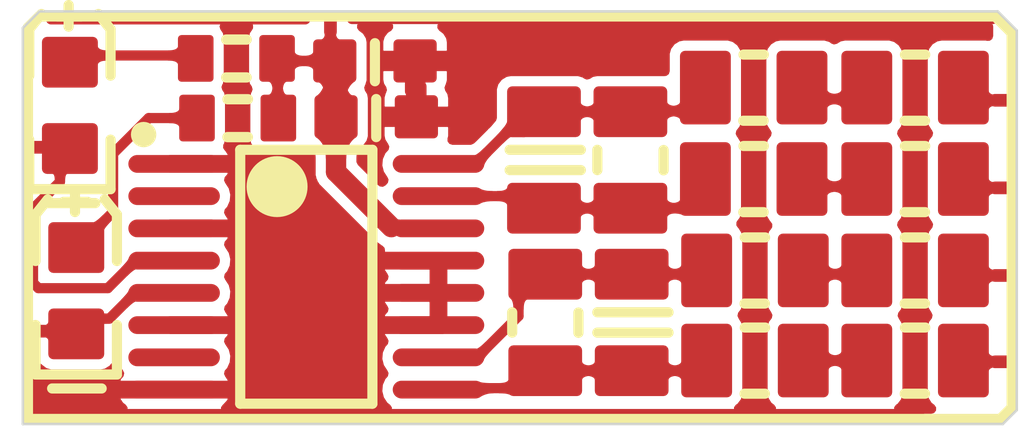
<source format=kicad_pcb>
(kicad_pcb (version 20210126) (generator pcbnew)
  (layers (0 "F.Cu" signal "Top Layer") (31 "B.Cu" signal "Bottom Layer") (34 "B.Paste" user "Bottom Paste") (35 "F.Paste" user "Top Paste") (36 "B.SilkS" user "Bottom Overlay") (37 "F.SilkS" user "Top Overlay") (38 "B.Mask" user "Bottom Solder") (39 "F.Mask" user "Top Solder") (44 "Edge.Cuts" user))
  (net 0 "")
  (net 1 "OUT_VR2")
  (net 2 "OUT_VR1")
  (net 3 "NetR710_1")
  (net 4 "NetR707_1")
  (net 5 "NetR705_1")
  (net 6 "NetR702_1")
  (net 7 "NetD701_1")
  (net 8 "NetD700_1")
  (net 9 "NetC703_2")
  (net 10 "NetC703_1")
  (net 11 "NetC700_2")
  (net 12 "NetC700_1")
  (net 13 "IN_VR2+")
  (net 14 "IN_VR2-")
  (net 15 "IN_VR1+")
  (net 16 "IN_VR1-")
  (net 17 "GND")
  (net 18 "V5")
  (footprint "General.pcblib:Res" (layer "F.Cu") (at 153.101105 102.441076)
    (fp_text reference "R706" hide)
    (fp_text value "5.1k" hide)
    (pad "1" smd roundrect (at -0.95 0) (size 1 1.45) (layers "F.Cu" "F.Paste" "F.Mask") (roundrect_rratio 0.1) (net 11 "NetC700_2"))
    (pad "2" smd roundrect (at 0.950021 0) (size 1 1.45) (layers "F.Cu" "F.Paste" "F.Mask") (roundrect_rratio 0.1) (net 5 "NetR705_1"))
  )
  (footprint "Mod.PcbLib:Mod-Hellen-VR" (layer "F.Cu") (at 138.5261 109.0661)
    (fp_text reference "M700" hide)
    (fp_text value "Module:vr/0.1" hide)
    (pad "E1" smd oval (at 19.449997 -6.375) (size 0.5 0.25) (layers "F.Cu" "F.Paste" "F.Mask") (net 16 "IN_VR1-"))
    (pad "E2" smd oval (at 19.449997 -4.649998) (size 0.5 0.25) (layers "F.Cu" "F.Paste" "F.Mask") (net 15 "IN_VR1+"))
    (pad "E3" smd oval (at 19.449997 -2.924998) (size 0.5 0.25) (layers "F.Cu" "F.Paste" "F.Mask") (net 13 "IN_VR2+"))
    (pad "E4" smd oval (at 19.449997 -1.225) (size 0.5 0.25) (layers "F.Cu" "F.Paste" "F.Mask") (net 14 "IN_VR2-"))
    (pad "G" smd oval (at 9.12718 -0.196649 180) (size 17.6 0.2) (layers "F.Cu" "F.Paste") (net 17 "GND"))
    (pad "G" smd oval (at 3.254578 -7.968506 180) (size 5.2 0.2) (layers "F.Cu" "F.Paste") (net 17 "GND"))
    (pad "G" smd oval (at 12.975029 -7.975 180) (size 12.8 0.2) (layers "F.Cu" "F.Paste") (net 17 "GND"))
    (pad "G" smd oval (at 0.417772 -0.664012 90) (size 1 0.2) (layers "F.Cu" "F.Paste") (net 17 "GND"))
    (pad "N1" smd oval (at 6.249998 -7.85 270) (size 0.5 0.25) (layers "F.Cu" "F.Paste" "F.Mask") (net 18 "V5"))
    (pad "W1" smd oval (at 0.494124 -1.828602 180) (size 0.5 0.25) (layers "F.Cu" "F.Paste" "F.Mask") (net 1 "OUT_VR2"))
    (pad "W2" smd oval (at 0.499996 -5.45 180) (size 0.5 0.25) (layers "F.Cu" "F.Paste" "F.Mask") (net 2 "OUT_VR1"))
  )
  (footprint "General.pcblib:Res" (layer "F.Cu") (at 156.276105 107.816087)
    (fp_text reference "R707" hide)
    (fp_text value "5.1k" hide)
    (pad "1" smd roundrect (at -0.95 0) (size 1 1.45) (layers "F.Cu" "F.Paste" "F.Mask") (roundrect_rratio 0.1) (net 4 "NetR707_1"))
    (pad "2" smd roundrect (at 0.950021 0) (size 1 1.45) (layers "F.Cu" "F.Paste" "F.Mask") (roundrect_rratio 0.1) (net 14 "IN_VR2-"))
  )
  (footprint "General.pcblib:Cap" (layer "F.Cu") (at 145.676096 103.0161)
    (fp_text reference "C702" hide)
    (fp_text value "100n" hide)
    (pad "1" smd roundrect (at -0.790001 0) (size 0.85 0.85) (layers "F.Cu" "F.Paste" "F.Mask") (roundrect_rratio 0.1) (net 18 "V5"))
    (pad "2" smd roundrect (at 0.790001 0) (size 0.85 0.85) (layers "F.Cu" "F.Paste" "F.Mask") (roundrect_rratio 0.1) (net 17 "GND"))
  )
  (footprint "General.pcblib:Cap" (layer "F.Cu") (at 150.701105 107.066091 90)
    (fp_text reference "C703" hide)
    (fp_text value "1n" hide)
    (pad "1" smd roundrect (at -0.950001 0 90) (size 1 1.45) (layers "F.Cu" "F.Paste" "F.Mask") (roundrect_rratio 0.1) (net 10 "NetC703_1"))
    (pad "2" smd roundrect (at 0.950021 0 90) (size 1 1.45) (layers "F.Cu" "F.Paste" "F.Mask") (roundrect_rratio 0.1) (net 9 "NetC703_2"))
  )
  (footprint "General.pcblib:Cap" (layer "F.Cu") (at 148.976105 103.86609 90)
    (fp_text reference "C700" hide)
    (fp_text value "1n" hide)
    (pad "1" smd roundrect (at -0.950001 0 90) (size 1 1.45) (layers "F.Cu" "F.Paste" "F.Mask") (roundrect_rratio 0.1) (net 12 "NetC700_1"))
    (pad "2" smd roundrect (at 0.950021 0 90) (size 1 1.45) (layers "F.Cu" "F.Paste" "F.Mask") (roundrect_rratio 0.1) (net 11 "NetC700_2"))
  )
  (footprint "General.pcblib:Res" (layer "F.Cu") (at 142.951095 103.0411 180)
    (fp_text reference "R701" hide)
    (fp_text value "10k" hide)
    (pad "1" smd roundrect (at -0.800001 0 180) (size 0.7 0.92) (layers "F.Cu" "F.Paste" "F.Mask") (roundrect_rratio 0.1) (net 18 "V5"))
    (pad "2" smd roundrect (at 0.800001 0 180) (size 0.7 0.92) (layers "F.Cu" "F.Paste" "F.Mask") (roundrect_rratio 0.1) (net 7 "NetD701_1"))
  )
  (footprint "General.pcblib:Res" (layer "F.Cu") (at 153.126104 107.816087)
    (fp_text reference "R708" hide)
    (fp_text value "5.1k" hide)
    (pad "1" smd roundrect (at -0.950001 0) (size 1 1.45) (layers "F.Cu" "F.Paste" "F.Mask") (roundrect_rratio 0.1) (net 10 "NetC703_1"))
    (pad "2" smd roundrect (at 0.950021 0) (size 1 1.45) (layers "F.Cu" "F.Paste" "F.Mask") (roundrect_rratio 0.1) (net 4 "NetR707_1"))
  )
  (footprint "General.pcblib:Res" (layer "F.Cu") (at 149.001106 107.066091 90)
    (fp_text reference "R709" hide)
    (fp_text value "5.1k" hide)
    (pad "1" smd roundrect (at -0.950001 0 90) (size 1 1.45) (layers "F.Cu" "F.Paste" "F.Mask") (roundrect_rratio 0.1) (net 10 "NetC703_1"))
    (pad "2" smd roundrect (at 0.950021 0 90) (size 1 1.45) (layers "F.Cu" "F.Paste" "F.Mask") (roundrect_rratio 0.1) (net 9 "NetC703_2"))
  )
  (footprint "General.pcblib:Cap" (layer "F.Cu") (at 145.651095 101.9161)
    (fp_text reference "C701" hide)
    (fp_text value "10u" hide)
    (pad "1" smd roundrect (at -0.790001 0) (size 0.85 0.85) (layers "F.Cu" "F.Paste" "F.Mask") (roundrect_rratio 0.1) (net 18 "V5"))
    (pad "2" smd roundrect (at 0.790001 0) (size 0.85 0.85) (layers "F.Cu" "F.Paste" "F.Mask") (roundrect_rratio 0.1) (net 17 "GND"))
  )
  (footprint "General.pcblib:Res" (layer "F.Cu") (at 150.676104 103.86609 90)
    (fp_text reference "R704" hide)
    (fp_text value "5.1k" hide)
    (pad "1" smd roundrect (at -0.950001 0 90) (size 1 1.45) (layers "F.Cu" "F.Paste" "F.Mask") (roundrect_rratio 0.1) (net 12 "NetC700_1"))
    (pad "2" smd roundrect (at 0.950021 0 90) (size 1 1.45) (layers "F.Cu" "F.Paste" "F.Mask") (roundrect_rratio 0.1) (net 11 "NetC700_2"))
  )
  (footprint "General.pcblib:Res" (layer "F.Cu") (at 142.926096 101.866102 180)
    (fp_text reference "R700" hide)
    (fp_text value "10k" hide)
    (pad "1" smd roundrect (at -0.800001 0 180) (size 0.7 0.92) (layers "F.Cu" "F.Paste" "F.Mask") (roundrect_rratio 0.1) (net 18 "V5"))
    (pad "2" smd roundrect (at 0.800001 0 180) (size 0.7 0.92) (layers "F.Cu" "F.Paste" "F.Mask") (roundrect_rratio 0.1) (net 8 "NetD700_1"))
  )
  (footprint "General.pcblib:Res" (layer "F.Cu") (at 156.276105 104.24108)
    (fp_text reference "R702" hide)
    (fp_text value "5.1k" hide)
    (pad "1" smd roundrect (at -0.95 0) (size 1 1.45) (layers "F.Cu" "F.Paste" "F.Mask") (roundrect_rratio 0.1) (net 6 "NetR702_1"))
    (pad "2" smd roundrect (at 0.950021 0) (size 1 1.45) (layers "F.Cu" "F.Paste" "F.Mask") (roundrect_rratio 0.1) (net 15 "IN_VR1+"))
  )
  (footprint "General.pcblib:Res" (layer "F.Cu") (at 156.276105 102.441076)
    (fp_text reference "R705" hide)
    (fp_text value "5.1k" hide)
    (pad "1" smd roundrect (at -0.95 0) (size 1 1.45) (layers "F.Cu" "F.Paste" "F.Mask") (roundrect_rratio 0.1) (net 5 "NetR705_1"))
    (pad "2" smd roundrect (at 0.950021 0) (size 1 1.45) (layers "F.Cu" "F.Paste" "F.Mask") (roundrect_rratio 0.1) (net 16 "IN_VR1-"))
  )
  (footprint "IC.PcbLib:MAX9926" (layer "F.Cu") (at 144.301097 106.166098)
    (fp_text reference "U700" hide)
    (fp_text value "MAX9926" hide)
    (pad "1" smd oval (at -2.6 -2.2225 90) (size 0.35 1.8) (layers "F.Cu" "F.Paste" "F.Mask") (net 17 "GND"))
    (pad "2" smd oval (at -2.6 -1.5875 90) (size 0.35 1.8) (layers "F.Cu" "F.Paste" "F.Mask"))
    (pad "3" smd oval (at -2.6 -0.9525 90) (size 0.35 1.8) (layers "F.Cu" "F.Paste" "F.Mask") (net 17 "GND"))
    (pad "4" smd oval (at -2.6 -0.3175 90) (size 0.35 1.8) (layers "F.Cu" "F.Paste" "F.Mask") (net 2 "OUT_VR1"))
    (pad "5" smd oval (at -2.6 0.3175 90) (size 0.35 1.8) (layers "F.Cu" "F.Paste" "F.Mask") (net 1 "OUT_VR2"))
    (pad "6" smd oval (at -2.6 0.9525 90) (size 0.35 1.8) (layers "F.Cu" "F.Paste" "F.Mask") (net 17 "GND"))
    (pad "7" smd oval (at -2.6 1.5875 90) (size 0.35 1.8) (layers "F.Cu" "F.Paste" "F.Mask"))
    (pad "8" smd oval (at -2.6 2.2225 90) (size 0.35 1.8) (layers "F.Cu" "F.Paste" "F.Mask") (net 17 "GND"))
    (pad "9" smd oval (at 2.6 2.2225 90) (size 0.35 1.8) (layers "F.Cu" "F.Paste" "F.Mask") (net 10 "NetC703_1"))
    (pad "10" smd oval (at 2.6 1.5875 90) (size 0.35 1.8) (layers "F.Cu" "F.Paste" "F.Mask") (net 9 "NetC703_2"))
    (pad "11" smd oval (at 2.6 0.9525 90) (size 0.35 1.8) (layers "F.Cu" "F.Paste" "F.Mask") (net 17 "GND"))
    (pad "12" smd oval (at 2.6 0.3175 90) (size 0.35 1.8) (layers "F.Cu" "F.Paste" "F.Mask") (net 17 "GND"))
    (pad "13" smd oval (at 2.6 -0.3175 90) (size 0.35 1.8) (layers "F.Cu" "F.Paste" "F.Mask") (net 17 "GND"))
    (pad "14" smd oval (at 2.6 -0.9525 90) (size 0.35 1.8) (layers "F.Cu" "F.Paste" "F.Mask") (net 18 "V5"))
    (pad "15" smd oval (at 2.6 -1.5875 90) (size 0.35 1.8) (layers "F.Cu" "F.Paste" "F.Mask") (net 12 "NetC700_1"))
    (pad "16" smd oval (at 2.6 -2.2225 90) (size 0.35 1.8) (layers "F.Cu" "F.Paste" "F.Mask") (net 11 "NetC700_2"))
  )
  (footprint "General.pcblib:LED" (layer "F.Cu") (at 139.601097 102.741081 90)
    (fp_text reference "D700" hide)
    (fp_text value "0603-White" hide)
    (pad "1" smd roundrect (at 0.799999 0.050003 270) (size 1 1.1) (layers "F.Cu" "F.Paste" "F.Mask") (roundrect_rratio 0.1) (net 8 "NetD700_1"))
    (pad "2" smd roundrect (at -0.900001 0.050003 270) (size 1 1.1) (layers "F.Cu" "F.Paste" "F.Mask") (roundrect_rratio 0.1) (net 2 "OUT_VR1"))
  )
  (footprint "General.pcblib:Res" (layer "F.Cu") (at 153.126104 106.041084)
    (fp_text reference "R711" hide)
    (fp_text value "5.1k" hide)
    (pad "1" smd roundrect (at -0.950001 0) (size 1 1.45) (layers "F.Cu" "F.Paste" "F.Mask") (roundrect_rratio 0.1) (net 9 "NetC703_2"))
    (pad "2" smd roundrect (at 0.950021 0) (size 1 1.45) (layers "F.Cu" "F.Paste" "F.Mask") (roundrect_rratio 0.1) (net 3 "NetR710_1"))
  )
  (footprint "General.pcblib:LED" (layer "F.Cu") (at 139.726098 106.391081 90)
    (fp_text reference "D701" hide)
    (fp_text value "0603-White" hide)
    (pad "1" smd roundrect (at 0.799998 0.050002 270) (size 1 1.1) (layers "F.Cu" "F.Paste" "F.Mask") (roundrect_rratio 0.1) (net 7 "NetD701_1"))
    (pad "2" smd roundrect (at -0.900001 0.050002 270) (size 1 1.1) (layers "F.Cu" "F.Paste" "F.Mask") (roundrect_rratio 0.1) (net 1 "OUT_VR2"))
  )
  (footprint "General.pcblib:Res" (layer "F.Cu") (at 156.276105 106.041084)
    (fp_text reference "R710" hide)
    (fp_text value "5.1k" hide)
    (pad "1" smd roundrect (at -0.95 0) (size 1 1.45) (layers "F.Cu" "F.Paste" "F.Mask") (roundrect_rratio 0.1) (net 3 "NetR710_1"))
    (pad "2" smd roundrect (at 0.950021 0) (size 1 1.45) (layers "F.Cu" "F.Paste" "F.Mask") (roundrect_rratio 0.1) (net 13 "IN_VR2+"))
  )
  (footprint "General.pcblib:Res" (layer "F.Cu") (at 153.101105 104.24108)
    (fp_text reference "R703" hide)
    (fp_text value "5.1k" hide)
    (pad "1" smd roundrect (at -0.95 0) (size 1 1.45) (layers "F.Cu" "F.Paste" "F.Mask") (roundrect_rratio 0.1) (net 12 "NetC700_1"))
    (pad "2" smd roundrect (at 0.950021 0) (size 1 1.45) (layers "F.Cu" "F.Paste" "F.Mask") (roundrect_rratio 0.1) (net 6 "NetR702_1"))
  )
  (gr_poly (pts (xy 144.274359 102.0161) (xy 144.235779 102.0171) (xy 144.201263 102.0201) (xy 144.170806 102.025098) (xy 144.144407 102.032098) (xy 144.122073 102.0411) (xy 144.103798 102.052098) (xy 144.089586 102.065098) (xy 144.079434 102.0801) (xy 144.073341 102.0971) (xy 144.071311 102.1161) (xy 144.071311 101.7161) (xy 144.073341 101.7351) (xy 144.079434 101.7521) (xy 144.089586 101.7671) (xy 144.103798 101.7801) (xy 144.122073 101.791098) (xy 144.144407 101.8001) (xy 144.170806 101.8071) (xy 144.201263 101.8121) (xy 144.235779 101.815098) (xy 144.274359 101.8161)) (layer "F.Cu") (width 0) (fill solid))
  (gr_poly (pts (xy 147.942129 107.61574) (xy 147.915131 107.643245) (xy 147.832904 107.737688) (xy 147.818784 107.757403) (xy 147.807242 107.775562) (xy 147.798276 107.792163) (xy 147.791885 107.807205) (xy 147.78807 107.82069) (xy 147.555325 107.581328) (xy 147.570316 107.592628) (xy 147.588 107.598468) (xy 147.608375 107.598846) (xy 147.631449 107.593764) (xy 147.657212 107.58322) (xy 147.685673 107.567213) (xy 147.716826 107.545747) (xy 147.750671 107.518818) (xy 147.787212 107.486431) (xy 147.826445 107.44858)) (layer "F.Cu") (width 0) (fill solid))
  (gr_poly (pts (xy 144.676098 101.610949) (xy 144.675948 101.572727) (xy 144.664048 101.394916) (xy 144.661221 101.388686) (xy 144.890974 101.388686) (xy 144.888147 101.394916) (xy 144.885617 101.404701) (xy 144.883387 101.418041) (xy 144.879816 101.455384) (xy 144.876692 101.538058) (xy 144.876097 101.610949)) (layer "F.Cu") (width 0) (fill solid))
  (gr_poly (pts (xy 139.02725 107.137498) (xy 139.06583 107.136498) (xy 139.100346 107.133498) (xy 139.130803 107.128499) (xy 139.157201 107.121499) (xy 139.179535 107.1125) (xy 139.197811 107.101499) (xy 139.212022 107.088499) (xy 139.222174 107.073498) (xy 139.228268 107.056498) (xy 139.230297 107.037499) (xy 139.230297 107.437498) (xy 139.228268 107.418499) (xy 139.222174 107.401498) (xy 139.212022 107.386497) (xy 139.197811 107.373497) (xy 139.179535 107.362497) (xy 139.157201 107.353497) (xy 139.130803 107.346497) (xy 139.100346 107.341498) (xy 139.06583 107.338499) (xy 139.02725 107.337498)) (layer "F.Cu") (width 0) (fill solid))
  (gr_poly (pts (xy 143.638597 102.524363) (xy 143.637596 102.485783) (xy 143.634596 102.451267) (xy 143.629598 102.42081) (xy 143.622597 102.394412) (xy 143.613598 102.372077) (xy 143.602597 102.353802) (xy 143.589598 102.339591) (xy 143.574596 102.329438) (xy 143.557596 102.323345) (xy 143.538597 102.321315) (xy 143.938596 102.321315) (xy 143.919597 102.323345) (xy 143.902597 102.329438) (xy 143.887596 102.339591) (xy 143.874596 102.353802) (xy 143.863595 102.372077) (xy 143.854596 102.394412) (xy 143.847596 102.42081) (xy 143.842597 102.451267) (xy 143.839597 102.485783) (xy 143.838596 102.524363)) (layer "F.Cu") (width 0) (fill solid))
  (gr_poly (pts (xy 157.924977 106.241102) (xy 157.886397 106.242103) (xy 157.851881 106.245102) (xy 157.821423 106.2501) (xy 157.795025 106.2571) (xy 157.772691 106.2661) (xy 157.754416 106.2771) (xy 157.740204 106.2901) (xy 157.730052 106.305102) (xy 157.723958 106.322102) (xy 157.721929 106.341102) (xy 157.721929 105.941102) (xy 157.723958 105.960102) (xy 157.730052 105.977102) (xy 157.740204 105.992103) (xy 157.754416 106.005103) (xy 157.772691 106.016104) (xy 157.795025 106.025103) (xy 157.821423 106.032103) (xy 157.851881 106.037102) (xy 157.886397 106.0401) (xy 157.924977 106.041102)) (layer "F.Cu") (width 0) (fill solid))
  (gr_poly (pts (xy 151.452254 104.716091) (xy 151.49389 104.71509) (xy 151.530786 104.71209) (xy 151.562942 104.707092) (xy 151.590359 104.700091) (xy 151.613033 104.691092) (xy 151.630968 104.680091) (xy 151.644161 104.667092) (xy 151.652614 104.652091) (xy 151.656328 104.63509) (xy 151.655302 104.616091) (xy 151.713277 104.957409) (xy 151.699693 104.949558) (xy 151.683676 104.942534) (xy 151.665225 104.936337) (xy 151.644339 104.930965) (xy 151.621022 104.926421) (xy 151.567082 104.919809) (xy 151.53646 104.917744) (xy 151.467918 104.916091)) (layer "F.Cu") (width 0) (fill solid))
  (gr_poly (pts (xy 147.966081 104.678598) (xy 147.930928 104.679218) (xy 147.865863 104.684176) (xy 147.835952 104.688514) (xy 147.781372 104.700909) (xy 147.756706 104.708966) (xy 147.733785 104.71826) (xy 147.712612 104.728796) (xy 147.693189 104.740571) (xy 147.693189 104.416625) (xy 147.712612 104.4284) (xy 147.733785 104.438936) (xy 147.756706 104.44823) (xy 147.781372 104.456287) (xy 147.807788 104.463104) (xy 147.835952 104.468682) (xy 147.897521 104.476119) (xy 147.930928 104.477979) (xy 147.966081 104.478598)) (layer "F.Cu") (width 0) (fill solid))
  (gr_poly (pts (xy 154.627254 104.291088) (xy 154.665834 104.290087) (xy 154.70035 104.287087) (xy 154.730807 104.282089) (xy 154.757205 104.275088) (xy 154.77954 104.266089) (xy 154.797815 104.255089) (xy 154.812026 104.242089) (xy 154.822179 104.227088) (xy 154.828272 104.210087) (xy 154.830302 104.191088) (xy 154.830302 104.591087) (xy 154.828272 104.572088) (xy 154.822179 104.555088) (xy 154.812026 104.540087) (xy 154.797815 104.527087) (xy 154.77954 104.516086) (xy 154.757205 104.507087) (xy 154.730807 104.500087) (xy 154.70035 104.495088) (xy 154.665834 104.492088) (xy 154.627254 104.491088)) (layer "F.Cu") (width 0) (fill solid))
  (gr_poly (pts (xy 145.073595 102.192542) (xy 145.075579 102.272441) (xy 145.081528 102.343899) (xy 145.091444 102.406921) (xy 145.105325 102.461503) (xy 145.123171 102.50765) (xy 145.144984 102.545359) (xy 145.170765 102.574627) (xy 145.200511 102.59546) (xy 145.234222 102.607853) (xy 145.271901 102.611808) (xy 144.48701 102.617015) (xy 144.522461 102.590329) (xy 144.55418 102.560144) (xy 144.582169 102.526453) (xy 144.606426 102.48926) (xy 144.626949 102.448564) (xy 144.643743 102.404366) (xy 144.656804 102.356665) (xy 144.666133 102.305461) (xy 144.671729 102.250752) (xy 144.673596 102.192542)) (layer "F.Cu") (width 0) (fill solid))
  (gr_poly (pts (xy 151.477253 106.016071) (xy 151.515833 106.01507) (xy 151.550349 106.01207) (xy 151.580806 106.007071) (xy 151.607204 106.000071) (xy 151.629538 105.991069) (xy 151.647814 105.980071) (xy 151.662025 105.967071) (xy 151.672177 105.95207) (xy 151.678271 105.93507) (xy 151.6803 105.916071) (xy 151.6803 106.31607) (xy 151.678271 106.297071) (xy 151.672177 106.280071) (xy 151.662025 106.265069) (xy 151.647814 106.25207) (xy 151.629538 106.241071) (xy 151.607204 106.23207) (xy 151.580806 106.225069) (xy 151.550349 106.220071) (xy 151.515833 106.217071) (xy 151.477253 106.21607)) (layer "F.Cu") (width 0) (fill solid))
  (gr_poly (pts (xy 140.399949 101.908588) (xy 140.361369 101.909589) (xy 140.326853 101.912589) (xy 140.296396 101.917587) (xy 140.269998 101.924588) (xy 140.247664 101.933587) (xy 140.229388 101.944588) (xy 140.215177 101.957587) (xy 140.205025 101.972589) (xy 140.198931 101.989589) (xy 140.196902 102.008588) (xy 140.196902 101.608589) (xy 140.198931 101.627588) (xy 140.205025 101.644588) (xy 140.215177 101.65959) (xy 140.229388 101.672589) (xy 140.247664 101.68359) (xy 140.269998 101.692589) (xy 140.296396 101.699589) (xy 140.326853 101.704588) (xy 140.361369 101.707588) (xy 140.399949 101.708589)) (layer "F.Cu") (width 0) (fill solid))
  (gr_poly (pts (xy 149.752252 104.716091) (xy 149.790832 104.71509) (xy 149.825348 104.71209) (xy 149.855806 104.707092) (xy 149.882204 104.700091) (xy 149.904538 104.691092) (xy 149.922813 104.680091) (xy 149.937025 104.667092) (xy 149.947177 104.652091) (xy 149.95327 104.63509) (xy 149.9553 104.616091) (xy 149.9553 105.01609) (xy 149.95327 104.997091) (xy 149.947177 104.980091) (xy 149.937025 104.96509) (xy 149.922813 104.95209) (xy 149.904538 104.941089) (xy 149.882204 104.93209) (xy 149.855806 104.92509) (xy 149.825348 104.920091) (xy 149.790832 104.917091) (xy 149.752252 104.916091)) (layer "F.Cu") (width 0) (fill solid))
  (gr_poly (pts (xy 157.924977 102.7911) (xy 157.886397 102.792102) (xy 157.851881 102.795102) (xy 157.821423 102.8001) (xy 157.795025 102.8071) (xy 157.772691 102.8161) (xy 157.754416 102.8271) (xy 157.740204 102.8401) (xy 157.730052 102.8551) (xy 157.723958 102.872102) (xy 157.721929 102.8911) (xy 157.721929 102.491102) (xy 157.723958 102.5101) (xy 157.730052 102.5271) (xy 157.740204 102.542102) (xy 157.754416 102.555102) (xy 157.772691 102.566103) (xy 157.795025 102.575102) (xy 157.821423 102.582102) (xy 157.851881 102.5871) (xy 157.886397 102.5901) (xy 157.924977 102.591102)) (layer "F.Cu") (width 0) (fill solid))
  (gr_poly (pts (xy 149.924957 108.116092) (xy 149.886377 108.117092) (xy 149.851861 108.120092) (xy 149.821404 108.125091) (xy 149.795006 108.132091) (xy 149.772671 108.141093) (xy 149.754396 108.152091) (xy 149.740185 108.165091) (xy 149.730032 108.180092) (xy 149.723939 108.197092) (xy 149.721909 108.216092) (xy 149.721909 107.816092) (xy 149.723939 107.835092) (xy 149.730032 107.852092) (xy 149.740185 107.867093) (xy 149.754396 107.880093) (xy 149.772671 107.891091) (xy 149.795006 107.900093) (xy 149.821404 107.907093) (xy 149.851861 107.912092) (xy 149.886377 107.915091) (xy 149.924957 107.916092)) (layer "F.Cu") (width 0) (fill solid))
  (gr_poly (pts (xy 148.077254 108.259899) (xy 148.118837 108.258898) (xy 148.15569 108.255898) (xy 148.187816 108.2509) (xy 148.215212 108.243899) (xy 148.237881 108.2349) (xy 148.255821 108.223899) (xy 148.269035 108.2109) (xy 148.277518 108.195899) (xy 148.281275 108.178898) (xy 148.280302 108.159899) (xy 148.338277 108.507419) (xy 148.322982 108.49839) (xy 148.305539 108.490312) (xy 148.285953 108.483183) (xy 148.264221 108.477005) (xy 148.240343 108.471778) (xy 148.21432 108.467501) (xy 148.155837 108.461798) (xy 148.123378 108.460373) (xy 148.088773 108.459899)) (layer "F.Cu") (width 0) (fill solid))
  (gr_poly (pts (xy 147.937211 103.773903) (xy 147.912792 103.799199) (xy 147.87029 103.848714) (xy 147.852208 103.872933) (xy 147.822378 103.920289) (xy 147.810633 103.943428) (xy 147.800999 103.966209) (xy 147.793478 103.98863) (xy 147.78807 104.01069) (xy 147.518574 103.771328) (xy 147.534538 103.781655) (xy 147.553113 103.786603) (xy 147.574301 103.786169) (xy 147.598104 103.780355) (xy 147.62452 103.769161) (xy 147.653549 103.752585) (xy 147.68519 103.730632) (xy 147.719445 103.703296) (xy 147.795792 103.632484)) (layer "F.Cu") (width 0) (fill solid))
  (gr_poly (pts (xy 149.777254 107.916092) (xy 149.815834 107.915091) (xy 149.85035 107.912092) (xy 149.880807 107.907093) (xy 149.907205 107.900093) (xy 149.929539 107.891091) (xy 149.947815 107.880093) (xy 149.962026 107.867093) (xy 149.972178 107.852092) (xy 149.978272 107.835092) (xy 149.980301 107.816092) (xy 149.980301 108.216092) (xy 149.978272 108.197092) (xy 149.972178 108.180092) (xy 149.962026 108.165091) (xy 149.947815 108.152091) (xy 149.929539 108.141093) (xy 149.907205 108.132091) (xy 149.880807 108.125091) (xy 149.85035 108.120092) (xy 149.815834 108.117092) (xy 149.777254 108.116092)) (layer "F.Cu") (width 0) (fill solid))
  (gr_poly (pts (xy 140.661021 106.616664) (xy 140.688008 106.589206) (xy 140.770007 106.495912) (xy 140.78402 106.476725) (xy 140.795438 106.459189) (xy 140.804262 106.443309) (xy 140.81049 106.42908) (xy 140.814124 106.416507) (xy 141.043029 106.655869) (xy 141.02815 106.644459) (xy 141.010565 106.638518) (xy 140.990276 106.63805) (xy 140.967284 106.643054) (xy 140.941587 106.653529) (xy 140.913187 106.669478) (xy 140.882082 106.690895) (xy 140.848275 106.717786) (xy 140.811762 106.750146) (xy 140.772547 106.787979)) (layer "F.Cu") (width 0) (fill solid))
  (gr_poly (pts (xy 151.599955 104.916091) (xy 151.561375 104.917091) (xy 151.526859 104.920091) (xy 151.496402 104.92509) (xy 151.470004 104.93209) (xy 151.447669 104.941089) (xy 151.429394 104.95209) (xy 151.415183 104.96509) (xy 151.40503 104.980091) (xy 151.398937 104.997091) (xy 151.396907 105.01609) (xy 151.396907 104.616091) (xy 151.398937 104.63509) (xy 151.40503 104.652091) (xy 151.415183 104.667092) (xy 151.429394 104.680091) (xy 151.447669 104.691092) (xy 151.470004 104.700091) (xy 151.496402 104.707092) (xy 151.526859 104.71209) (xy 151.561375 104.71509) (xy 151.599955 104.716091)) (layer "F.Cu") (width 0) (fill solid))
  (gr_poly (pts (xy 157.581249 102.591102) (xy 157.619471 102.590952) (xy 157.797281 102.579052) (xy 157.803511 102.576225) (xy 157.803511 102.805978) (xy 157.797281 102.803151) (xy 157.787497 102.800621) (xy 157.774157 102.798391) (xy 157.736813 102.79482) (xy 157.654139 102.791695) (xy 157.581249 102.7911)) (layer "F.Cu") (width 0) (fill solid))
  (gr_poly (pts (xy 144.673596 102.739656) (xy 144.671612 102.659758) (xy 144.665664 102.5883) (xy 144.655747 102.525277) (xy 144.641866 102.470695) (xy 144.62402 102.424549) (xy 144.602207 102.386842) (xy 144.576426 102.357574) (xy 144.54668 102.336741) (xy 144.512969 102.324348) (xy 144.475291 102.320391) (xy 145.260178 102.315184) (xy 145.224728 102.341869) (xy 145.193008 102.372054) (xy 145.16502 102.405745) (xy 145.140765 102.442938) (xy 145.12024 102.483634) (xy 145.103448 102.527833) (xy 145.090387 102.575534) (xy 145.081058 102.626738) (xy 145.075462 102.681447) (xy 145.073595 102.739656)) (layer "F.Cu") (width 0) (fill solid))
  (gr_poly (pts (xy 144.876097 101.292542) (xy 144.877098 101.331122) (xy 144.880098 101.365638) (xy 144.885097 101.396095) (xy 144.892097 101.422493) (xy 144.9011 101.444827) (xy 144.912097 101.463103) (xy 144.925097 101.477314) (xy 144.940098 101.487466) (xy 144.957098 101.49356) (xy 144.976097 101.495589) (xy 144.576098 101.495589) (xy 144.595097 101.49356) (xy 144.612097 101.487466) (xy 144.6271 101.477314) (xy 144.640098 101.463103) (xy 144.651097 101.444827) (xy 144.660098 101.422493) (xy 144.6671 101.396095) (xy 144.672097 101.365638) (xy 144.675097 101.331122) (xy 144.676098 101.292542)) (layer "F.Cu") (width 0) (fill solid))
  (gr_poly (pts (xy 151.477253 107.916092) (xy 151.515833 107.915091) (xy 151.550349 107.912092) (xy 151.580806 107.907093) (xy 151.607204 107.900093) (xy 151.629538 107.891091) (xy 151.647814 107.880093) (xy 151.662025 107.867093) (xy 151.672177 107.852092) (xy 151.678271 107.835092) (xy 151.6803 107.816092) (xy 151.6803 108.216092) (xy 151.678271 108.197092) (xy 151.672177 108.180092) (xy 151.662025 108.165091) (xy 151.647814 108.152091) (xy 151.629538 108.141093) (xy 151.607204 108.132091) (xy 151.580806 108.125091) (xy 151.550349 108.120092) (xy 151.515833 108.117092) (xy 151.477253 108.116092)) (layer "F.Cu") (width 0) (fill solid))
  (gr_poly (pts (xy 149.899956 104.916091) (xy 149.861376 104.917091) (xy 149.82686 104.920091) (xy 149.796403 104.92509) (xy 149.770004 104.93209) (xy 149.74767 104.941089) (xy 149.729395 104.95209) (xy 149.715184 104.96509) (xy 149.705031 104.980091) (xy 149.698938 104.997091) (xy 149.696908 105.01609) (xy 149.696908 104.616091) (xy 149.698938 104.63509) (xy 149.705031 104.652091) (xy 149.715184 104.667092) (xy 149.729395 104.680091) (xy 149.74767 104.691092) (xy 149.770004 104.700091) (xy 149.796403 104.707092) (xy 149.82686 104.71209) (xy 149.861376 104.71509) (xy 149.899956 104.716091)) (layer "F.Cu") (width 0) (fill solid))
  (gr_poly (pts (xy 154.627254 102.566088) (xy 154.665834 102.565087) (xy 154.70035 102.562087) (xy 154.730807 102.557088) (xy 154.757205 102.550088) (xy 154.77954 102.541089) (xy 154.797815 102.530088) (xy 154.812026 102.517088) (xy 154.822179 102.502087) (xy 154.828272 102.485087) (xy 154.830302 102.466088) (xy 154.830302 102.866087) (xy 154.828272 102.847088) (xy 154.822179 102.830088) (xy 154.812026 102.815086) (xy 154.797815 102.802087) (xy 154.77954 102.791086) (xy 154.757205 102.782087) (xy 154.730807 102.775086) (xy 154.70035 102.770088) (xy 154.665834 102.767088) (xy 154.627254 102.766087)) (layer "F.Cu") (width 0) (fill solid))
  (gr_poly (pts (xy 140.660066 105.986457) (xy 140.687063 105.958951) (xy 140.769291 105.864509) (xy 140.783411 105.844793) (xy 140.794952 105.826635) (xy 140.803919 105.810033) (xy 140.810309 105.794991) (xy 140.814124 105.781507) (xy 141.04687 106.020869) (xy 141.031879 106.009568) (xy 141.014195 106.003729) (xy 140.993819 106.00335) (xy 140.970746 106.008433) (xy 140.944983 106.018976) (xy 140.916522 106.034983) (xy 140.885369 106.056449) (xy 140.851523 106.083378) (xy 140.814983 106.115766) (xy 140.77575 106.153617)) (layer "F.Cu") (width 0) (fill solid))
  (gr_poly (pts (xy 157.581249 107.7411) (xy 157.619471 107.740952) (xy 157.797281 107.729052) (xy 157.803511 107.726225) (xy 157.803511 107.955978) (xy 157.797281 107.953151) (xy 157.787497 107.950621) (xy 157.774157 107.948391) (xy 157.736813 107.94482) (xy 157.654139 107.941695) (xy 157.581249 107.9411)) (layer "F.Cu") (width 0) (fill solid))
  (gr_poly (pts (xy 141.602832 102.9411) (xy 141.641413 102.9401) (xy 141.675929 102.9371) (xy 141.706386 102.932102) (xy 141.732784 102.9251) (xy 141.755118 102.9161) (xy 141.773393 102.9051) (xy 141.787605 102.892102) (xy 141.797757 102.8771) (xy 141.803851 102.8601) (xy 141.80588 102.8411) (xy 141.80588 103.2411) (xy 141.803851 103.2221) (xy 141.797757 103.2051) (xy 141.787605 103.1901) (xy 141.773393 103.1771) (xy 141.755118 103.166102) (xy 141.732784 103.1571) (xy 141.706386 103.1501) (xy 141.675929 103.1451) (xy 141.641413 103.1421) (xy 141.602832 103.1411)) (layer "F.Cu") (width 0) (fill solid))
  (gr_poly (pts (xy 148.052253 104.478598) (xy 148.091908 104.477605) (xy 148.127424 104.474623) (xy 148.158806 104.469652) (xy 148.186055 104.462693) (xy 148.209167 104.453747) (xy 148.228143 104.442812) (xy 148.242984 104.429889) (xy 148.253693 104.414979) (xy 148.260264 104.39808) (xy 148.2627 104.379193) (xy 148.255301 104.778598) (xy 148.253604 104.759599) (xy 148.247772 104.742598) (xy 148.237805 104.727597) (xy 148.223703 104.714597) (xy 148.205466 104.703599) (xy 148.183094 104.694597) (xy 148.156586 104.687597) (xy 148.125944 104.682598) (xy 148.091166 104.679599) (xy 148.052253 104.678598)) (layer "F.Cu") (width 0) (fill solid))
  (gr_poly (pts (xy 154.749977 102.766087) (xy 154.711397 102.767088) (xy 154.676881 102.770088) (xy 154.646423 102.775086) (xy 154.620025 102.782087) (xy 154.597691 102.791086) (xy 154.579416 102.802087) (xy 154.565204 102.815086) (xy 154.555052 102.830088) (xy 154.548958 102.847088) (xy 154.546929 102.866087) (xy 154.546929 102.466088) (xy 154.548958 102.485087) (xy 154.555052 102.502087) (xy 154.565204 102.517088) (xy 154.579416 102.530088) (xy 154.597691 102.541089) (xy 154.620025 102.550088) (xy 154.646423 102.557088) (xy 154.676881 102.562087) (xy 154.711397 102.565087) (xy 154.749977 102.566088)) (layer "F.Cu") (width 0) (fill solid))
  (gr_poly (pts (xy 139.415072 107.337498) (xy 139.37685 107.337648) (xy 139.19904 107.349548) (xy 139.192809 107.352375) (xy 139.192809 107.122622) (xy 139.19904 107.125449) (xy 139.208824 107.127978) (xy 139.222164 107.130209) (xy 139.259507 107.13378) (xy 139.342182 107.136904) (xy 139.415072 107.137498)) (layer "F.Cu") (width 0) (fill solid))
  (gr_poly (pts (xy 154.774975 107.916087) (xy 154.736395 107.917088) (xy 154.701879 107.920088) (xy 154.671422 107.925086) (xy 154.645024 107.932087) (xy 154.62269 107.941088) (xy 154.604414 107.952086) (xy 154.590203 107.965086) (xy 154.580051 107.980087) (xy 154.573957 107.997088) (xy 154.571928 108.016087) (xy 154.571928 107.616088) (xy 154.573957 107.635087) (xy 154.580051 107.652087) (xy 154.590203 107.667088) (xy 154.604414 107.680088) (xy 154.62269 107.691086) (xy 154.645024 107.700088) (xy 154.671422 107.707088) (xy 154.701879 107.712087) (xy 154.736395 107.715087) (xy 154.774975 107.716087)) (layer "F.Cu") (width 0) (fill solid))
  (gr_poly (pts (xy 148.376106 106.814921) (xy 148.375407 106.779828) (xy 148.369814 106.717771) (xy 148.364922 106.690811) (xy 148.358631 106.666559) (xy 148.350942 106.64502) (xy 148.341856 106.626191) (xy 148.331371 106.610072) (xy 148.319489 106.596664) (xy 148.306207 106.585968) (xy 148.676105 106.611873) (xy 148.657106 106.612643) (xy 148.640106 106.617753) (xy 148.625104 106.627207) (xy 148.612105 106.640999) (xy 148.601107 106.659132) (xy 148.592105 106.681609) (xy 148.585105 106.708426) (xy 148.580106 106.739582) (xy 148.577106 106.775081) (xy 148.576105 106.814921)) (layer "F.Cu") (width 0) (fill solid))
  (gr_poly (pts (xy 154.627254 106.016088) (xy 154.665834 106.015088) (xy 154.70035 106.012088) (xy 154.730807 106.007089) (xy 154.757205 106.000089) (xy 154.77954 105.99109) (xy 154.797815 105.980089) (xy 154.812026 105.967089) (xy 154.822179 105.952088) (xy 154.828272 105.935088) (xy 154.830302 105.916089) (xy 154.830302 106.316088) (xy 154.828272 106.297089) (xy 154.822179 106.280088) (xy 154.812026 106.265087) (xy 154.797815 106.252087) (xy 154.77954 106.241087) (xy 154.757205 106.232087) (xy 154.730807 106.225087) (xy 154.70035 106.220088) (xy 154.665834 106.217089) (xy 154.627254 106.216088)) (layer "F.Cu") (width 0) (fill solid))
  (gr_poly (pts (xy 139.420945 103.7161) (xy 139.382723 103.71625) (xy 139.204912 103.72815) (xy 139.198682 103.730977) (xy 139.198682 103.501224) (xy 139.204912 103.504051) (xy 139.214697 103.506581) (xy 139.228037 103.508811) (xy 139.26538 103.512382) (xy 139.348054 103.515507) (xy 139.420945 103.5161)) (layer "F.Cu") (width 0) (fill solid))
  (gr_poly (pts (xy 140.428004 107.0911) (xy 140.321903 107.094153) (xy 140.321357 106.888642) (xy 140.322426 106.889107) (xy 140.325627 106.889521) (xy 140.330958 106.889886) (xy 140.407742 106.891057) (xy 140.428004 106.891083)) (layer "F.Cu") (width 0) (fill solid))
  (gr_poly (pts (xy 154.627254 107.716087) (xy 154.665834 107.715087) (xy 154.70035 107.712087) (xy 154.730807 107.707088) (xy 154.757205 107.700088) (xy 154.77954 107.691086) (xy 154.797815 107.680088) (xy 154.812026 107.667088) (xy 154.822179 107.652087) (xy 154.828272 107.635087) (xy 154.830302 107.616088) (xy 154.830302 108.016087) (xy 154.828272 107.997088) (xy 154.822179 107.980087) (xy 154.812026 107.965086) (xy 154.797815 107.952086) (xy 154.77954 107.941088) (xy 154.757205 107.932087) (xy 154.730807 107.925086) (xy 154.70035 107.920088) (xy 154.665834 107.917088) (xy 154.627254 107.916087)) (layer "F.Cu") (width 0) (fill solid))
  (gr_poly (pts (xy 154.749977 104.491088) (xy 154.711397 104.492088) (xy 154.676881 104.495088) (xy 154.646423 104.500087) (xy 154.620025 104.507087) (xy 154.597691 104.516086) (xy 154.579416 104.527087) (xy 154.565204 104.540087) (xy 154.555052 104.555088) (xy 154.548958 104.572088) (xy 154.546929 104.591087) (xy 154.546929 104.191088) (xy 154.548958 104.210087) (xy 154.555052 104.227088) (xy 154.565204 104.242089) (xy 154.579416 104.255089) (xy 154.597691 104.266089) (xy 154.620025 104.275088) (xy 154.646423 104.282089) (xy 154.676881 104.287087) (xy 154.711397 104.290087) (xy 154.749977 104.291088)) (layer "F.Cu") (width 0) (fill solid))
  (gr_poly (pts (xy 151.624956 106.21607) (xy 151.586376 106.217071) (xy 151.55186 106.220071) (xy 151.521403 106.225069) (xy 151.495005 106.23207) (xy 151.472671 106.241071) (xy 151.454395 106.25207) (xy 151.440184 106.265069) (xy 151.430032 106.280071) (xy 151.423938 106.297071) (xy 151.421909 106.31607) (xy 151.421909 105.916071) (xy 151.423938 105.93507) (xy 151.430032 105.95207) (xy 151.440184 105.967071) (xy 151.454395 105.980071) (xy 151.472671 105.991069) (xy 151.495005 106.000071) (xy 151.521403 106.007071) (xy 151.55186 106.01207) (xy 151.586376 106.01507) (xy 151.624956 106.016071)) (layer "F.Cu") (width 0) (fill solid))
  (gr_poly (pts (xy 149.777254 106.016071) (xy 149.815834 106.01507) (xy 149.85035 106.01207) (xy 149.880807 106.007071) (xy 149.907205 106.000071) (xy 149.929539 105.991069) (xy 149.947815 105.980071) (xy 149.962026 105.967071) (xy 149.972178 105.95207) (xy 149.978272 105.93507) (xy 149.980301 105.916071) (xy 149.980301 106.31607) (xy 149.978272 106.297071) (xy 149.972178 106.280071) (xy 149.962026 106.265069) (xy 149.947815 106.25207) (xy 149.929539 106.241071) (xy 149.907205 106.23207) (xy 149.880807 106.225069) (xy 149.85035 106.220071) (xy 149.815834 106.217071) (xy 149.777254 106.21607)) (layer "F.Cu") (width 0) (fill solid))
  (gr_poly (pts (xy 149.924957 106.21607) (xy 149.886377 106.217071) (xy 149.851861 106.220071) (xy 149.821404 106.225069) (xy 149.795006 106.23207) (xy 149.772671 106.241071) (xy 149.754396 106.25207) (xy 149.740185 106.265069) (xy 149.730032 106.280071) (xy 149.723939 106.297071) (xy 149.721909 106.31607) (xy 149.721909 105.916071) (xy 149.723939 105.93507) (xy 149.730032 105.95207) (xy 149.740185 105.967071) (xy 149.754396 105.980071) (xy 149.772671 105.991069) (xy 149.795006 106.000071) (xy 149.821404 106.007071) (xy 149.851861 106.01207) (xy 149.886377 106.01507) (xy 149.924957 106.016071)) (layer "F.Cu") (width 0) (fill solid))
  (gr_poly (pts (xy 149.752252 102.816069) (xy 149.790832 102.815069) (xy 149.825348 102.812069) (xy 149.855806 102.80707) (xy 149.882204 102.80007) (xy 149.904538 102.791071) (xy 149.922813 102.78007) (xy 149.937025 102.76707) (xy 149.947177 102.752069) (xy 149.95327 102.735069) (xy 149.9553 102.71607) (xy 149.9553 103.116069) (xy 149.95327 103.09707) (xy 149.947177 103.080069) (xy 149.937025 103.065068) (xy 149.922813 103.052068) (xy 149.904538 103.041068) (xy 149.882204 103.032068) (xy 149.855806 103.025068) (xy 149.825348 103.020069) (xy 149.790832 103.01707) (xy 149.752252 103.016069)) (layer "F.Cu") (width 0) (fill solid))
  (gr_poly (pts (xy 149.899956 103.016069) (xy 149.861376 103.01707) (xy 149.82686 103.020069) (xy 149.796403 103.025068) (xy 149.770004 103.032068) (xy 149.74767 103.041068) (xy 149.729395 103.052068) (xy 149.715184 103.065068) (xy 149.705031 103.080069) (xy 149.698938 103.09707) (xy 149.696908 103.116069) (xy 149.696908 102.71607) (xy 149.698938 102.735069) (xy 149.705031 102.752069) (xy 149.715184 102.76707) (xy 149.729395 102.78007) (xy 149.74767 102.791071) (xy 149.770004 102.80007) (xy 149.796403 102.80707) (xy 149.82686 102.812069) (xy 149.861376 102.815069) (xy 149.899956 102.816069)) (layer "F.Cu") (width 0) (fill solid))
  (gr_poly (pts (xy 157.581249 106.041102) (xy 157.619471 106.040952) (xy 157.797281 106.029052) (xy 157.803511 106.026225) (xy 157.803511 106.255979) (xy 157.797281 106.253152) (xy 157.787497 106.250622) (xy 157.774157 106.248392) (xy 157.736813 106.24482) (xy 157.654139 106.241696) (xy 157.581249 106.241102)) (layer "F.Cu") (width 0) (fill solid))
  (gr_poly (pts (xy 143.838596 102.382839) (xy 143.839597 102.421419) (xy 143.842597 102.455935) (xy 143.847596 102.486393) (xy 143.854596 102.512791) (xy 143.863595 102.535125) (xy 143.874596 102.5534) (xy 143.887596 102.567612) (xy 143.902597 102.577764) (xy 143.919597 102.583857) (xy 143.938596 102.585887) (xy 143.538597 102.585887) (xy 143.557596 102.583857) (xy 143.574596 102.577764) (xy 143.589598 102.567612) (xy 143.602597 102.5534) (xy 143.613598 102.535125) (xy 143.622597 102.512791) (xy 143.629598 102.486393) (xy 143.634596 102.455935) (xy 143.637596 102.421419) (xy 143.638597 102.382839)) (layer "F.Cu") (width 0) (fill solid))
  (gr_poly (pts (xy 151.624956 108.116092) (xy 151.586376 108.117092) (xy 151.55186 108.120092) (xy 151.521403 108.125091) (xy 151.495005 108.132091) (xy 151.472671 108.141093) (xy 151.454395 108.152091) (xy 151.440184 108.165091) (xy 151.430032 108.180092) (xy 151.423938 108.197092) (xy 151.421909 108.216092) (xy 151.421909 107.816092) (xy 151.423938 107.835092) (xy 151.430032 107.852092) (xy 151.440184 107.867093) (xy 151.454395 107.880093) (xy 151.472671 107.891091) (xy 151.495005 107.900093) (xy 151.521403 107.907093) (xy 151.55186 107.912092) (xy 151.586376 107.915091) (xy 151.624956 107.916092)) (layer "F.Cu") (width 0) (fill solid))
  (gr_poly (pts (xy 154.774975 106.216088) (xy 154.736395 106.217089) (xy 154.701879 106.220088) (xy 154.671422 106.225087) (xy 154.645024 106.232087) (xy 154.62269 106.241087) (xy 154.604414 106.252087) (xy 154.590203 106.265087) (xy 154.580051 106.280088) (xy 154.573957 106.297089) (xy 154.571928 106.316088) (xy 154.571928 105.916089) (xy 154.573957 105.935088) (xy 154.580051 105.952088) (xy 154.590203 105.967089) (xy 154.604414 105.980089) (xy 154.62269 105.99109) (xy 154.645024 106.000089) (xy 154.671422 106.007089) (xy 154.701879 106.012088) (xy 154.736395 106.015088) (xy 154.774975 106.016088)) (layer "F.Cu") (width 0) (fill solid))
  (gr_poly (pts (xy 144.237536 101.8161) (xy 144.276116 101.815098) (xy 144.310633 101.8121) (xy 144.34109 101.8071) (xy 144.367488 101.8001) (xy 144.389822 101.791098) (xy 144.408097 101.7801) (xy 144.422309 101.7671) (xy 144.432461 101.7521) (xy 144.438555 101.7351) (xy 144.440584 101.7161) (xy 144.440584 102.1161) (xy 144.438555 102.0971) (xy 144.432461 102.0801) (xy 144.422309 102.065098) (xy 144.408097 102.052098) (xy 144.389822 102.0411) (xy 144.367488 102.032098) (xy 144.34109 102.025098) (xy 144.310633 102.0201) (xy 144.276116 102.0171) (xy 144.237536 102.0161)) (layer "F.Cu") (width 0) (fill solid))
  (gr_poly (pts (xy 144.686095 103.839656) (xy 144.684104 103.782948) (xy 144.678132 103.72941) (xy 144.668178 103.679042) (xy 144.654241 103.631841) (xy 144.636324 103.58781) (xy 144.614424 103.546947) (xy 144.588544 103.509253) (xy 144.558681 103.474727) (xy 144.524836 103.443371) (xy 144.48701 103.415184) (xy 145.28518 103.415184) (xy 145.247354 103.443371) (xy 145.213509 103.474727) (xy 145.183646 103.509253) (xy 145.157766 103.546947) (xy 145.135866 103.58781) (xy 145.117949 103.631841) (xy 145.104012 103.679042) (xy 145.094057 103.72941) (xy 145.088086 103.782948) (xy 145.086095 103.839656)) (layer "F.Cu") (width 0) (fill solid))
  (gr_poly (pts (xy 151.599955 103.003577) (xy 151.561375 103.004578) (xy 151.526859 103.007578) (xy 151.496402 103.012576) (xy 151.470004 103.019577) (xy 151.447669 103.028576) (xy 151.429394 103.039577) (xy 151.415183 103.052576) (xy 151.40503 103.067578) (xy 151.398937 103.084578) (xy 151.396907 103.103577) (xy 151.396907 102.703578) (xy 151.398937 102.722577) (xy 151.40503 102.739577) (xy 151.415183 102.754578) (xy 151.429394 102.767578) (xy 151.447669 102.778579) (xy 151.470004 102.787578) (xy 151.496402 102.794578) (xy 151.526859 102.799577) (xy 151.561375 102.802577) (xy 151.599955 102.803578)) (layer "F.Cu") (width 0) (fill solid))
  (gr_poly (pts (xy 157.924977 107.9411) (xy 157.886397 107.942102) (xy 157.851881 107.9451) (xy 157.821423 107.9501) (xy 157.795025 107.9571) (xy 157.772691 107.966102) (xy 157.754416 107.9771) (xy 157.740204 107.9901) (xy 157.730052 108.0051) (xy 157.723958 108.022102) (xy 157.721929 108.0411) (xy 157.721929 107.641102) (xy 157.723958 107.6601) (xy 157.730052 107.6771) (xy 157.740204 107.692102) (xy 157.754416 107.705102) (xy 157.772691 107.7161) (xy 157.795025 107.725102) (xy 157.821423 107.732102) (xy 157.851881 107.7371) (xy 157.886397 107.7401) (xy 157.924977 107.7411)) (layer "F.Cu") (width 0) (fill solid))
  (gr_poly (pts (xy 157.924977 104.5161) (xy 157.886397 104.517102) (xy 157.851881 104.520102) (xy 157.821423 104.5251) (xy 157.795025 104.5321) (xy 157.772691 104.5411) (xy 157.754416 104.5521) (xy 157.740204 104.5651) (xy 157.730052 104.580102) (xy 157.723958 104.597102) (xy 157.721929 104.6161) (xy 157.721929 104.216102) (xy 157.723958 104.2351) (xy 157.730052 104.2521) (xy 157.740204 104.267103) (xy 157.754416 104.280102) (xy 157.772691 104.291103) (xy 157.795025 104.300102) (xy 157.821423 104.307103) (xy 157.851881 104.3121) (xy 157.886397 104.3151) (xy 157.924977 104.316102)) (layer "F.Cu") (width 0) (fill solid))
  (gr_poly (pts (xy 139.355847 104.29564) (xy 139.355291 104.265477) (xy 139.350833 104.214675) (xy 139.346934 104.194037) (xy 139.34192 104.176575) (xy 139.335791 104.162285) (xy 139.32855 104.151172) (xy 139.320195 104.143235) (xy 139.310724 104.138472) (xy 139.30014 104.136885) (xy 139.611554 104.136885) (xy 139.60097 104.138472) (xy 139.591498 104.143235) (xy 139.583144 104.151172) (xy 139.575902 104.162285) (xy 139.569773 104.176575) (xy 139.564759 104.194037) (xy 139.56086 104.214675) (xy 139.558074 104.238487) (xy 139.556403 104.265477) (xy 139.555846 104.29564)) (layer "F.Cu") (width 0) (fill solid))
  (gr_poly (pts (xy 147.985258 108.459899) (xy 147.954191 108.460805) (xy 147.923539 108.463526) (xy 147.8933 108.46806) (xy 147.863473 108.474407) (xy 147.83406 108.482565) (xy 147.805058 108.49254) (xy 147.776473 108.504328) (xy 147.748296 108.51793) (xy 147.720537 108.533343) (xy 147.693189 108.550571) (xy 147.693189 108.226625) (xy 147.704652 108.232947) (xy 147.719117 108.238604) (xy 147.736587 108.243595) (xy 147.757059 108.24792) (xy 147.780539 108.25158) (xy 147.836506 108.256904) (xy 147.904491 108.259566) (xy 147.942987 108.259899)) (layer "F.Cu") (width 0) (fill solid))
  (gr_poly (pts (xy 151.452254 102.803578) (xy 151.491167 102.802577) (xy 151.525944 102.799577) (xy 151.556587 102.794578) (xy 151.583094 102.787578) (xy 151.605467 102.778579) (xy 151.623704 102.767578) (xy 151.637806 102.754578) (xy 151.647773 102.739577) (xy 151.653605 102.722577) (xy 151.655302 102.703578) (xy 151.662701 103.102983) (xy 151.660265 103.084095) (xy 151.653694 103.067197) (xy 151.642988 103.052287) (xy 151.628146 103.039363) (xy 151.609168 103.028429) (xy 151.586056 103.019483) (xy 151.55881 103.012523) (xy 151.527425 103.007552) (xy 151.491908 103.00457) (xy 151.452254 103.003577)) (layer "F.Cu") (width 0) (fill solid))
  (gr_poly (pts (xy 148.040348 103.387925) (xy 148.089304 103.337585) (xy 148.199558 103.206577) (xy 148.224104 103.169576) (xy 148.242547 103.135911) (xy 148.254889 103.105581) (xy 148.26113 103.078586) (xy 148.261267 103.054926) (xy 148.255301 103.034601) (xy 148.437617 103.411872) (xy 148.426786 103.396411) (xy 148.412331 103.387343) (xy 148.394249 103.384671) (xy 148.37254 103.388392) (xy 148.347203 103.398507) (xy 148.318242 103.415014) (xy 148.285651 103.437917) (xy 148.249436 103.467214) (xy 148.166126 103.544991)) (layer "F.Cu") (width 0) (fill solid))
  (gr_poly (pts (xy 140.466373 105.067233) (xy 140.425357 105.109633) (xy 140.361039 105.185021) (xy 140.337735 105.21801) (xy 140.320336 105.247863) (xy 140.308842 105.274578) (xy 140.303252 105.298157) (xy 140.303564 105.318599) (xy 140.309782 105.335907) (xy 140.321903 105.350075) (xy 140.01711 105.09528) (xy 140.033504 105.105176) (xy 140.052541 105.109664) (xy 140.07422 105.108739) (xy 140.09854 105.102407) (xy 140.125505 105.090665) (xy 140.155109 105.073515) (xy 140.187357 105.050952) (xy 140.222246 105.022981) (xy 140.299952 104.95081)) (layer "F.Cu") (width 0) (fill solid))
  (gr_poly (pts (xy 157.581249 104.316102) (xy 157.619471 104.315952) (xy 157.797281 104.304052) (xy 157.803511 104.301225) (xy 157.803511 104.530978) (xy 157.797281 104.528151) (xy 157.787497 104.525621) (xy 157.774157 104.523391) (xy 157.736813 104.51982) (xy 157.654139 104.516696) (xy 157.581249 104.5161)) (layer "F.Cu") (width 0) (fill solid))
  (gr_poly (pts (xy 141.577834 101.708589) (xy 141.616414 101.707588) (xy 141.65093 101.704588) (xy 141.681387 101.699589) (xy 141.707785 101.692589) (xy 141.73012 101.68359) (xy 141.748395 101.672589) (xy 141.762606 101.65959) (xy 141.772758 101.644588) (xy 141.778852 101.627588) (xy 141.780881 101.608589) (xy 141.780881 102.008588) (xy 141.778852 101.989589) (xy 141.772758 101.972589) (xy 141.762606 101.957587) (xy 141.748395 101.944588) (xy 141.73012 101.933587) (xy 141.707785 101.924588) (xy 141.681387 101.917587) (xy 141.65093 101.912589) (xy 141.616414 101.909589) (xy 141.577834 101.908588)) (layer "F.Cu") (width 0) (fill solid))
  (gr_line (start 138.7261 109.0661) (end 158.0011 109.0661) (layer "Edge.Cuts") (width 0.05))
  (gr_line (start 158.2761 101.3161) (end 157.901098 100.9411) (layer "Edge.Cuts") (width 0.05))
  (gr_line (start 158.0011 109.0661) (end 158.2761 108.791102) (layer "Edge.Cuts") (width 0.05))
  (gr_line (start 138.7261 101.2661) (end 138.7261 109.0661) (layer "Edge.Cuts") (width 0.05))
  (gr_line (start 157.901098 100.9411) (end 139.0511 100.9411) (layer "Edge.Cuts") (width 0.05))
  (gr_line (start 139.0511 100.9411) (end 138.7261 101.2661) (layer "Edge.Cuts") (width 0.05))
  (gr_line (start 158.2761 108.791102) (end 158.2761 101.3161) (layer "Edge.Cuts") (width 0.05))
  (gr_line (start 138.7261 109.0661) (end 138.7261 109.0661) (layer "Edge.Cuts") (width 0.05))
  (segment (start 139.7761 107.291082) (end 140.076082 106.9911) (width 0.2) (layer "F.Cu") (net 1))
  (segment (start 140.428004 106.9911) (end 140.935506 106.483598) (width 0.2) (layer "F.Cu") (net 1))
  (segment (start 139.722516 107.237498) (end 139.7761 107.291082) (width 0.2) (layer "F.Cu") (net 1))
  (segment (start 140.076082 106.9911) (end 140.428004 106.9911) (width 0.2) (layer "F.Cu") (net 1))
  (segment (start 140.935506 106.483598) (end 141.701097 106.483598) (width 0.2) (layer "F.Cu") (net 1))
  (segment (start 139.020224 107.237498) (end 139.722516 107.237498) (width 0.2) (layer "F.Cu") (net 1))
  (segment (start 139.47607 103.6161) (end 139.626118 103.6161) (width 0.2) (layer "F.Cu") (net 2))
  (segment (start 140.396861 106.391084) (end 140.939346 105.848598) (width 0.2) (layer "F.Cu") (net 2))
  (segment (start 140.939346 105.848598) (end 141.701097 105.848598) (width 0.2) (layer "F.Cu") (net 2))
  (segment (start 138.9261 106.285641) (end 138.9261 104.825387) (width 0.2) (layer "F.Cu") (net 2))
  (segment (start 139.47607 103.6161) (end 139.6511 103.441072) (width 0.2) (layer "F.Cu") (net 2))
  (segment (start 139.026096 103.6161) (end 139.47607 103.6161) (width 0.2) (layer "F.Cu") (net 2))
  (segment (start 139.455847 103.636324) (end 139.47607 103.6161) (width 0.2) (layer "F.Cu") (net 2))
  (segment (start 139.455847 104.29564) (end 139.455847 103.636324) (width 0.2) (layer "F.Cu") (net 2))
  (segment (start 138.9261 104.825387) (end 139.455847 104.29564) (width 0.2) (layer "F.Cu") (net 2))
  (segment (start 138.9261 106.285641) (end 139.031542 106.391084) (width 0.2) (layer "F.Cu") (net 2))
  (segment (start 139.031542 106.391084) (end 140.396861 106.391084) (width 0.2) (layer "F.Cu") (net 2))
  (segment (start 139.626118 103.6161) (end 139.6511 103.641082) (width 0.2) (layer "F.Cu") (net 2))
  (segment (start 154.076125 106.116088) (end 155.326105 106.116088) (width 0.2) (layer "F.Cu") (net 3))
  (segment (start 154.076125 107.816087) (end 155.326105 107.816087) (width 0.2) (layer "F.Cu") (net 4))
  (segment (start 154.051126 102.666087) (end 155.326105 102.666087) (width 0.2) (layer "F.Cu") (net 5))
  (segment (start 154.051126 104.391088) (end 155.326105 104.391088) (width 0.2) (layer "F.Cu") (net 6))
  (segment (start 140.226102 105.166082) (end 140.501097 104.891087) (width 0.2) (layer "F.Cu") (net 7))
  (segment (start 141.201098 103.0411) (end 142.151094 103.0411) (width 0.2) (layer "F.Cu") (net 7))
  (segment (start 140.501097 104.891087) (end 140.501097 103.741102) (width 0.2) (layer "F.Cu") (net 7))
  (segment (start 139.7761 105.591083) (end 139.8261 105.591083) (width 0.2) (layer "F.Cu") (net 7))
  (segment (start 140.226102 105.191081) (end 140.226102 105.166082) (width 0.2) (layer "F.Cu") (net 7))
  (segment (start 140.501097 103.741102) (end 141.201098 103.0411) (width 0.2) (layer "F.Cu") (net 7))
  (segment (start 139.8261 105.591083) (end 140.226102 105.191081) (width 0.2) (layer "F.Cu") (net 7))
  (segment (start 142.068582 101.808588) (end 142.126095 101.866102) (width 0.2) (layer "F.Cu") (net 8))
  (segment (start 139.6511 101.741073) (end 139.718615 101.808588) (width 0.2) (layer "F.Cu") (net 8))
  (segment (start 139.718615 101.808588) (end 142.068582 101.808588) (width 0.2) (layer "F.Cu") (net 8))
  (segment (start 146.901097 107.753598) (end 147.662848 107.753598) (width 0.2) (layer "F.Cu") (net 9))
  (segment (start 148.876107 106.11607) (end 149.001106 106.11607) (width 0.2) (layer "F.Cu") (net 9))
  (segment (start 148.476106 106.940341) (end 148.476106 106.516072) (width 0.2) (layer "F.Cu") (net 9))
  (segment (start 148.476106 106.516072) (end 148.876107 106.11607) (width 0.2) (layer "F.Cu") (net 9))
  (segment (start 152.176085 106.11607) (end 152.176103 106.116088) (width 0.2) (layer "F.Cu") (net 9))
  (segment (start 149.001106 106.11607) (end 150.701105 106.11607) (width 0.2) (layer "F.Cu") (net 9))
  (segment (start 150.701105 106.11607) (end 152.176085 106.11607) (width 0.2) (layer "F.Cu") (net 9))
  (segment (start 147.662848 107.753598) (end 148.476106 106.940341) (width 0.2) (layer "F.Cu") (net 9))
  (segment (start 146.901097 108.388598) (end 146.929797 108.359899) (width 0.2) (layer "F.Cu") (net 10))
  (segment (start 149.001106 108.016092) (end 150.701105 108.016092) (width 0.2) (layer "F.Cu") (net 10))
  (segment (start 151.9761 108.016092) (end 152.176103 107.816087) (width 0.2) (layer "F.Cu") (net 10))
  (segment (start 148.657299 108.359899) (end 149.001106 108.016092) (width 0.2) (layer "F.Cu") (net 10))
  (segment (start 150.701105 108.016092) (end 151.9761 108.016092) (width 0.2) (layer "F.Cu") (net 10))
  (segment (start 146.929797 108.359899) (end 148.657299 108.359899) (width 0.2) (layer "F.Cu") (net 10))
  (segment (start 148.576103 103.316071) (end 148.976105 102.916069) (width 0.2) (layer "F.Cu") (net 11))
  (segment (start 150.676104 102.916069) (end 150.688595 102.903577) (width 0.2) (layer "F.Cu") (net 11))
  (segment (start 150.688595 102.903577) (end 151.913615 102.903577) (width 0.2) (layer "F.Cu") (net 11))
  (segment (start 151.913615 102.903577) (end 152.151105 102.666087) (width 0.2) (layer "F.Cu") (net 11))
  (segment (start 148.976105 102.916069) (end 150.676104 102.916069) (width 0.2) (layer "F.Cu") (net 11))
  (segment (start 148.253624 103.316071) (end 148.576103 103.316071) (width 0.2) (layer "F.Cu") (net 11))
  (segment (start 147.626097 103.943598) (end 148.253624 103.316071) (width 0.2) (layer "F.Cu") (net 11))
  (segment (start 146.901097 103.943598) (end 147.626097 103.943598) (width 0.2) (layer "F.Cu") (net 11))
  (segment (start 152.151105 104.416089) (end 152.151105 104.391088) (width 0.2) (layer "F.Cu") (net 12))
  (segment (start 148.976105 104.816091) (end 150.676104 104.816091) (width 0.2) (layer "F.Cu") (net 12))
  (segment (start 151.751103 104.816091) (end 152.151105 104.416089) (width 0.2) (layer "F.Cu") (net 12))
  (segment (start 146.901097 104.578598) (end 148.738612 104.578598) (width 0.2) (layer "F.Cu") (net 12))
  (segment (start 148.738612 104.578598) (end 148.976105 104.816091) (width 0.2) (layer "F.Cu") (net 12))
  (segment (start 150.676104 104.816091) (end 151.751103 104.816091) (width 0.2) (layer "F.Cu") (net 12))
  (segment (start 157.226126 106.116088) (end 157.25114 106.141102) (width 0.2) (layer "F.Cu") (net 13))
  (segment (start 157.25114 106.141102) (end 157.976097 106.141102) (width 0.2) (layer "F.Cu") (net 13))
  (segment (start 157.25114 107.8411) (end 157.976097 107.8411) (width 0.2) (layer "F.Cu") (net 14))
  (segment (start 157.226126 107.816087) (end 157.25114 107.8411) (width 0.2) (layer "F.Cu") (net 14))
  (segment (start 157.25114 104.416102) (end 157.976097 104.416102) (width 0.2) (layer "F.Cu") (net 15))
  (segment (start 157.226126 104.391088) (end 157.25114 104.416102) (width 0.2) (layer "F.Cu") (net 15))
  (segment (start 157.25114 102.6911) (end 157.976097 102.6911) (width 0.2) (layer "F.Cu") (net 16))
  (segment (start 157.226126 102.666087) (end 157.25114 102.6911) (width 0.2) (layer "F.Cu") (net 16))
  (segment (start 143.738597 103.028601) (end 143.738597 101.878601) (width 0.2) (layer "F.Cu") (net 18))
  (segment (start 144.873596 103.0036) (end 144.886095 103.0161) (width 0.4) (layer "F.Cu") (net 18))
  (segment (start 144.776098 101.831103) (end 144.861094 101.9161) (width 0.2) (layer "F.Cu") (net 18))
  (segment (start 144.886095 104.101767) (end 145.973972 105.189643) (width 0.4) (layer "F.Cu") (net 18))
  (segment (start 146.116786 105.189643) (end 146.131175 105.204033) (width 0.3) (layer "F.Cu") (net 18))
  (segment (start 145.973972 105.189643) (end 146.116786 105.189643) (width 0.3) (layer "F.Cu") (net 18))
  (segment (start 143.776095 101.9161) (end 144.861094 101.9161) (width 0.2) (layer "F.Cu") (net 18))
  (segment (start 143.738597 103.028601) (end 143.751096 103.0411) (width 0.2) (layer "F.Cu") (net 18))
  (segment (start 144.886095 104.101767) (end 144.886095 103.0161) (width 0.4) (layer "F.Cu") (net 18))
  (segment (start 144.861094 101.9161) (end 144.873596 101.928601) (width 0.2) (layer "F.Cu") (net 18))
  (segment (start 144.873596 103.0036) (end 144.873596 101.928601) (width 0.4) (layer "F.Cu") (net 18))
  (segment (start 144.776098 101.831103) (end 144.776098 101.2161) (width 0.2) (layer "F.Cu") (net 18))
  (segment (start 146.891532 105.204033) (end 146.901097 105.213598) (width 0.3) (layer "F.Cu") (net 18))
  (segment (start 143.726097 101.866102) (end 143.738597 101.878601) (width 0.2) (layer "F.Cu") (net 18))
  (segment (start 143.738597 101.878601) (end 143.776095 101.9161) (width 0.2) (layer "F.Cu") (net 18))
  (segment (start 146.131175 105.204033) (end 146.891532 105.204033) (width 0.3) (layer "F.Cu") (net 18))
  (zone (net 17) (net_name "GND") (layer "F.Cu") (connect_pads (clearance 0.2)) (min_thickness 0.2) (fill yes (thermal_gap 0.2) (thermal_bridge_width 0.4))
    (polygon (pts (xy 157.812569 102.275344) (xy 158.19076 102.275344) (xy 158.195537 108.635397) (xy 157.914834 108.9161) (xy 139.058997 108.9161) (xy 138.801098 108.6911) (xy 138.801098 101.3661) (xy 139.159363 101.0661) (xy 157.812569 101.060845)))
  )
)
</source>
